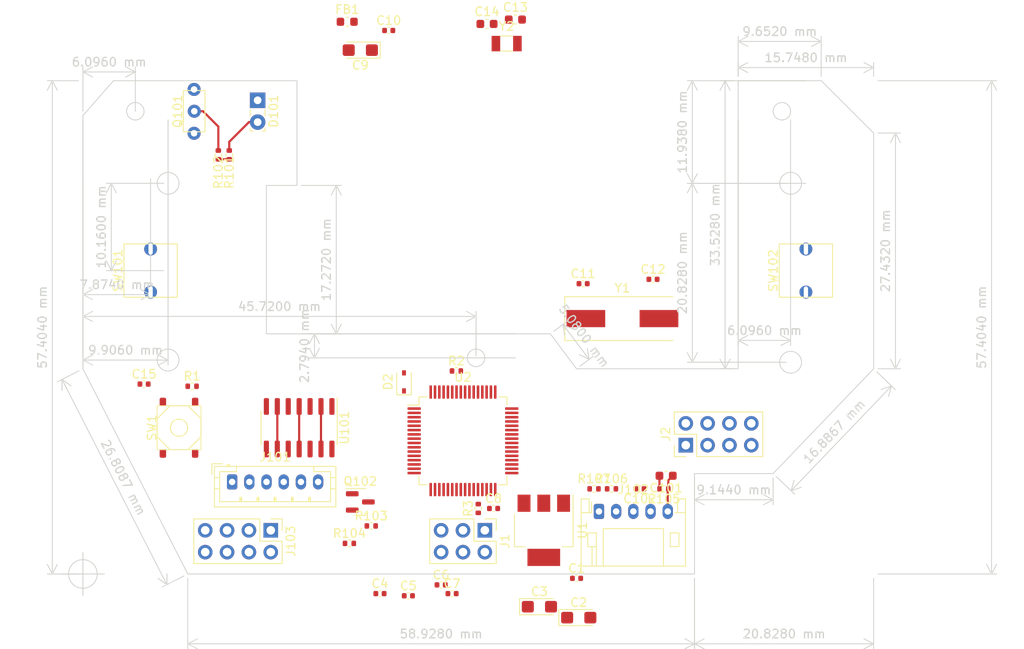
<source format=kicad_pcb>
(kicad_pcb (version 20211014) (generator pcbnew)
  (layers (0 "F.Cu" signal) (31 "B.Cu" signal) (34 "B.Paste" user) (35 "F.Paste" user) (36 "B.SilkS" user "B.Silkscreen") (37 "F.SilkS" user "F.Silkscreen") (38 "B.Mask" user) (39 "F.Mask" user) (44 "Edge.Cuts" user))
  (net 0 "")
  (net 1 "GND")
  (net 2 "+3V3")
  (net 3 "VCC")
  (net 4 "Net-(C8-Pad1)")
  (net 5 "/STM32F401/VREF+")
  (net 6 "/STM32F401/XTAL_8M_1")
  (net 7 "/STM32F401/XTAL_8M_2")
  (net 8 "/STM32F401/XTAL_32K_1")
  (net 9 "/STM32F401/XTAL_32K_2")
  (net 10 "/~{RST}")
  (net 11 "/USB_SHIELD")
  (net 12 "/USB_GND")
  (net 13 "/STM32F401/VBAT_{I}")
  (net 14 "Net-(D101-Pad2)")
  (net 15 "Net-(J1-Pad3)")
  (net 16 "Net-(J1-Pad4)")
  (net 17 "/STM32F401/PA15")
  (net 18 "/STM32F401/PA13")
  (net 19 "/STM32F401/PB4")
  (net 20 "/STM32F401/PA14")
  (net 21 "/STM32F401/PB3")
  (net 22 "/~{CS}_{RAW}")
  (net 23 "/~{RST}_{RAW}")
  (net 24 "/SCLK_{RAW}")
  (net 25 "/SDIO_{RAW}")
  (net 26 "/USB_DP")
  (net 27 "/USB_DM")
  (net 28 "/STM32F401/PC0")
  (net 29 "/STM32F401/PC7")
  (net 30 "/STM32F401/PC1")
  (net 31 "/STM32F401/PC6")
  (net 32 "/STM32F401/PC2")
  (net 33 "/STM32F401/PC5")
  (net 34 "/STM32F401/PC3")
  (net 35 "/STM32F401/PC4")
  (net 36 "Net-(Q101-Pad2)")
  (net 37 "/PB15")
  (net 38 "/PB13")
  (net 39 "/STM32F401/BOOT0")
  (net 40 "/STM32F401/PB2")
  (net 41 "/STM32F401/PA11")
  (net 42 "/STM32F401/PA12")
  (net 43 "/PB12")
  (net 44 "/STM32F401/PC13")
  (net 45 "/STM32F401/PA0")
  (net 46 "/STM32F401/PA1")
  (net 47 "/STM32F401/PA2")
  (net 48 "/STM32F401/PA3")
  (net 49 "/STM32F401/PA4")
  (net 50 "/STM32F401/PA5")
  (net 51 "/STM32F401/PA6")
  (net 52 "/STM32F401/PA7")
  (net 53 "/STM32F401/PB0")
  (net 54 "/STM32F401/PB1")
  (net 55 "/STM32F401/PB10")
  (net 56 "/STM32F401/PB12")
  (net 57 "/STM32F401/PB13")
  (net 58 "/STM32F401/PB14")
  (net 59 "/STM32F401/PB15")
  (net 60 "/STM32F401/PC8")
  (net 61 "/STM32F401/PC9")
  (net 62 "/STM32F401/PA8")
  (net 63 "/STM32F401/PA9")
  (net 64 "/STM32F401/PA10")
  (net 65 "/STM32F401/PC10")
  (net 66 "/STM32F401/PC11")
  (net 67 "/STM32F401/PC12")
  (net 68 "/STM32F401/PD2")
  (net 69 "/STM32F401/PB5")
  (net 70 "/STM32F401/PB6")
  (net 71 "/STM32F401/PB7")
  (net 72 "/STM32F401/PB8")
  (net 73 "/STM32F401/PB9")
  (net 74 "Net-(U101-Pad13)")
  (net 75 "Net-(U101-Pad11)")
  (net 76 "Net-(U101-Pad9)")
  (footprint "Resistor_SMD:R_0402_1005Metric" (layer "F.Cu") (at 163.068 91.694)
    (fp_text reference "R106" (at 0 -1.17) (layer "F.SilkS"))
    (fp_text value "10Ω")
    (pad "1" smd roundrect (at -0.51 0) (size 0.54 0.64) (layers "F.Cu" "F.Paste" "F.Mask") (net 41 "/STM32F401/PA11"))
    (pad "2" smd roundrect (at 0.51 0) (size 0.54 0.64) (layers "F.Cu" "F.Paste" "F.Mask") (net 27 "/USB_DM"))
  )
  (footprint "Package_TO_SOT_SMD:SOT-23" (layer "F.Cu") (at 133.858 93.218)
    (fp_text reference "Q102" (at 0 -2.4) (layer "F.SilkS"))
    (fp_text value "2N7002")
    (pad "1" smd roundrect (at -0.9375 -0.95) (size 1.475 0.6) (layers "F.Cu" "F.Paste" "F.Mask") (net 2 "+3V3"))
    (pad "2" smd roundrect (at -0.9375 0.95) (size 1.475 0.6) (layers "F.Cu" "F.Paste" "F.Mask") (net 37 "/PB15"))
    (pad "3" smd roundrect (at 0.9375 0) (size 1.475 0.6) (layers "F.Cu" "F.Paste" "F.Mask") (net 25 "/SDIO_{RAW}"))
  )
  (footprint "Crystal:Crystal_SMD_3215-2Pin_3.2x1.5mm" (layer "F.Cu") (at 150.876 39.878)
    (fp_text reference "Y2" (at 0 -2) (layer "F.SilkS"))
    (fp_text value "32.768kHz")
    (pad "1" smd rect (at 1.25 0) (size 1 1.8) (layers "F.Cu" "F.Paste" "F.Mask") (net 8 "/STM32F401/XTAL_32K_1"))
    (pad "2" smd rect (at -1.25 0) (size 1 1.8) (layers "F.Cu" "F.Paste" "F.Mask") (net 9 "/STM32F401/XTAL_32K_2"))
  )
  (footprint "Capacitor_Tantalum_SMD:CP_EIA-3216-10_Kemet-I" (layer "F.Cu") (at 154.686 105.41)
    (fp_text reference "C3" (at 0 -1.75) (layer "F.SilkS"))
    (fp_text value "10µF")
    (pad "1" smd roundrect (at -1.35 0) (size 1.4 1.35) (layers "F.Cu" "F.Paste" "F.Mask") (roundrect_rratio 0.185185) (net 2 "+3V3"))
    (pad "2" smd roundrect (at 1.35 0) (size 1.4 1.35) (layers "F.Cu" "F.Paste" "F.Mask") (roundrect_rratio 0.185185) (net 1 "GND"))
  )
  (footprint "Resistor_SMD:R_0402_1005Metric" (layer "F.Cu") (at 114.3 79.756)
    (fp_text reference "R1" (at 0 -1.17) (layer "F.SilkS"))
    (fp_text value "22kΩ")
    (pad "1" smd roundrect (at -0.51 0) (size 0.54 0.64) (layers "F.Cu" "F.Paste" "F.Mask") (net 2 "+3V3"))
    (pad "2" smd roundrect (at 0.51 0) (size 0.54 0.64) (layers "F.Cu" "F.Paste" "F.Mask") (net 10 "/~{RST}"))
  )
  (footprint "Resistor_SMD:R_0402_1005Metric" (layer "F.Cu") (at 132.588 98.044)
    (fp_text reference "R104" (at 0 -1.17) (layer "F.SilkS"))
    (fp_text value "47k")
    (pad "1" smd roundrect (at -0.51 0) (size 0.54 0.64) (layers "F.Cu" "F.Paste" "F.Mask") (net 3 "VCC"))
    (pad "2" smd roundrect (at 0.51 0) (size 0.54 0.64) (layers "F.Cu" "F.Paste" "F.Mask") (net 25 "/SDIO_{RAW}"))
  )
  (footprint "Resistor_SMD:R_0402_1005Metric" (layer "F.Cu") (at 118.618 52.832 90)
    (fp_text reference "R101" (at -2.032 0 90) (layer "F.SilkS"))
    (fp_text value "270Ω")
    (pad "1" smd roundrect (at -0.51 0 90) (size 0.54 0.64) (layers "F.Cu" "F.Paste" "F.Mask") (net 3 "VCC"))
    (pad "2" smd roundrect (at 0.51 0 90) (size 0.54 0.64) (layers "F.Cu" "F.Paste" "F.Mask") (net 14 "Net-(D101-Pad2)"))
  )
  (footprint "Capacitor_SMD:C_0402_1005Metric" (layer "F.Cu") (at 167.894 67.31)
    (fp_text reference "C12" (at 0 -1.16) (layer "F.SilkS"))
    (fp_text value "22pF")
    (pad "1" smd roundrect (at -0.48 0) (size 0.56 0.62) (layers "F.Cu" "F.Paste" "F.Mask") (net 7 "/STM32F401/XTAL_8M_2"))
    (pad "2" smd roundrect (at 0.48 0) (size 0.56 0.62) (layers "F.Cu" "F.Paste" "F.Mask") (net 1 "GND"))
  )
  (footprint "Connector_PinHeader_2.54mm:PinHeader_2x04_P2.54mm_Vertical" (layer "F.Cu") (at 171.704 86.614 90)
    (fp_text reference "J2" (at 1.27 -2.33 90) (layer "F.SilkS"))
    (fp_text value "Conn_02x04_Odd_Even")
    (pad "1" thru_hole rect (at 0 0 90) (size 1.7 1.7) (drill 1) (layers *.Cu *.Mask) (net 2 "+3V3"))
    (pad "2" thru_hole oval (at 2.54 0 90) (size 1.7 1.7) (drill 1) (layers *.Cu *.Mask) (net 17 "/STM32F401/PA15"))
    (pad "3" thru_hole oval (at 0 2.54 90) (size 1.7 1.7) (drill 1) (layers *.Cu *.Mask) (net 10 "/~{RST}"))
    (pad "4" thru_hole oval (at 2.54 2.54 90) (size 1.7 1.7) (drill 1) (layers *.Cu *.Mask) (net 18 "/STM32F401/PA13"))
    (pad "5" thru_hole oval (at 0 5.08 90) (size 1.7 1.7) (drill 1) (layers *.Cu *.Mask) (net 19 "/STM32F401/PB4"))
    (pad "6" thru_hole oval (at 2.54 5.08 90) (size 1.7 1.7) (drill 1) (layers *.Cu *.Mask) (net 20 "/STM32F401/PA14"))
    (pad "7" thru_hole oval (at 0 7.62 90) (size 1.7 1.7) (drill 1) (layers *.Cu *.Mask) (net 1 "GND"))
    (pad "8" thru_hole oval (at 2.54 7.62 90) (size 1.7 1.7) (drill 1) (layers *.Cu *.Mask) (net 21 "/STM32F401/PB3"))
  )
  (footprint "LED_THT:LED_SideEmitter_Rectangular_W4.5mm_H1.6mm" (layer "F.Cu") (at 121.92 46.477 -90)
    (fp_text reference "D101" (at 1.27 -1.86 90) (layer "F.SilkS"))
    (fp_text value "LED")
    (pad "1" thru_hole rect locked (at 0 0 270) (size 1.8 1.8) (drill 0.9) (layers *.Cu *.Mask) (net 1 "GND"))
    (pad "2" thru_hole circle locked (at 2.54 0 270) (size 1.8 1.8) (drill 0.9) (layers *.Cu *.Mask) (net 14 "Net-(D101-Pad2)"))
  )
  (footprint "Capacitor_SMD:C_0402_1005Metric" (layer "F.Cu") (at 143.256 102.87)
    (fp_text reference "C6" (at 0 -1.16) (layer "F.SilkS"))
    (fp_text value "100nF")
    (pad "1" smd roundrect (at -0.48 0) (size 0.56 0.62) (layers "F.Cu" "F.Paste" "F.Mask") (net 2 "+3V3"))
    (pad "2" smd roundrect (at 0.48 0) (size 0.56 0.62) (layers "F.Cu" "F.Paste" "F.Mask") (net 1 "GND"))
  )
  (footprint "Capacitor_SMD:C_0402_1005Metric" (layer "F.Cu") (at 149.352 93.98)
    (fp_text reference "C8" (at 0 -1.16) (layer "F.SilkS"))
    (fp_text value "4.7µF")
    (pad "1" smd roundrect (at -0.48 0) (size 0.56 0.62) (layers "F.Cu" "F.Paste" "F.Mask") (net 4 "Net-(C8-Pad1)"))
    (pad "2" smd roundrect (at 0.48 0) (size 0.56 0.62) (layers "F.Cu" "F.Paste" "F.Mask") (net 1 "GND"))
  )
  (footprint "Capacitor_Tantalum_SMD:CP_EIA-3216-10_Kemet-I" (layer "F.Cu") (at 133.858 40.64 180)
    (fp_text reference "C9" (at 0 -1.75) (layer "F.SilkS"))
    (fp_text value "10µF")
    (pad "1" smd roundrect (at -1.35 0 180) (size 1.4 1.35) (layers "F.Cu" "F.Paste" "F.Mask") (roundrect_rratio 0.185185) (net 5 "/STM32F401/VREF+"))
    (pad "2" smd roundrect (at 1.35 0 180) (size 1.4 1.35) (layers "F.Cu" "F.Paste" "F.Mask") (roundrect_rratio 0.185185) (net 1 "GND"))
  )
  (footprint "Capacitor_SMD:C_0402_1005Metric" (layer "F.Cu") (at 159.766 67.818)
    (fp_text reference "C11" (at 0 -1.16) (layer "F.SilkS"))
    (fp_text value "22pF")
    (pad "1" smd roundrect (at -0.48 0) (size 0.56 0.62) (layers "F.Cu" "F.Paste" "F.Mask") (net 6 "/STM32F401/XTAL_8M_1"))
    (pad "2" smd roundrect (at 0.48 0) (size 0.56 0.62) (layers "F.Cu" "F.Paste" "F.Mask") (net 1 "GND"))
  )
  (footprint "Footprints:PT2559B" (layer "F.Cu") (at 114.554 47.752 90)
    (fp_text reference "Q101" (at 0 -1.9304 90 unlocked) (layer "F.SilkS"))
    (fp_text value "PT2559B")
    (pad "1" thru_hole circle locked (at -2.5654 -0.0254 90) (size 1.524 1.524) (drill 0.762) (layers *.Cu *.Mask) (net 47 "/STM32F401/PA2"))
    (pad "2" thru_hole circle locked (at 0 0 90) (size 1.524 1.524) (drill 0.762) (layers *.Cu *.Mask) (net 36 "Net-(Q101-Pad2)"))
    (pad "3" thru_hole circle locked (at 2.54 -0.0254 90) (size 1.524 1.524) (drill 0.762) (layers *.Cu *.Mask) (net 48 "/STM32F401/PA3"))
  )
  (footprint "Resistor_SMD:R_0402_1005Metric" (layer "F.Cu") (at 161.036 91.694)
    (fp_text reference "R107" (at 0 -1.17) (layer "F.SilkS"))
    (fp_text value "10Ω")
    (pad "1" smd roundrect (at -0.51 0) (size 0.54 0.64) (layers "F.Cu" "F.Paste" "F.Mask") (net 42 "/STM32F401/PA12"))
    (pad "2" smd roundrect (at 0.51 0) (size 0.54 0.64) (layers "F.Cu" "F.Paste" "F.Mask") (net 26 "/USB_DP"))
  )
  (footprint "Capacitor_Tantalum_SMD:CP_EIA-3216-10_Kemet-I" (layer "F.Cu") (at 159.258 106.68)
    (fp_text reference "C2" (at 0 -1.75) (layer "F.SilkS"))
    (fp_text value "10µF")
    (pad "1" smd roundrect (at -1.35 0) (size 1.4 1.35) (layers "F.Cu" "F.Paste" "F.Mask") (roundrect_rratio 0.185185) (net 2 "+3V3"))
    (pad "2" smd roundrect (at 1.35 0) (size 1.4 1.35) (layers "F.Cu" "F.Paste" "F.Mask") (roundrect_rratio 0.185185) (net 1 "GND"))
  )
  (footprint "Connector_PinHeader_2.54mm:PinHeader_2x04_P2.54mm_Vertical" (layer "F.Cu") (at 123.444 96.52 -90)
    (fp_text reference "J103" (at 1.27 -2.33 90) (layer "F.SilkS"))
    (fp_text value "Conn_02x04_Odd_Even")
    (pad "1" thru_hole rect (at 0 0 270) (size 1.7 1.7) (drill 1) (layers *.Cu *.Mask) (net 2 "+3V3"))
    (pad "2" thru_hole oval (at 2.54 0 270) (size 1.7 1.7) (drill 1) (layers *.Cu *.Mask) (net 1 "GND"))
    (pad "3" thru_hole oval (at 0 2.54 270) (size 1.7 1.7) (drill 1) (layers *.Cu *.Mask) (net 30 "/STM32F401/PC1"))
    (pad "4" thru_hole oval (at 2.54 2.54 270) (size 1.7 1.7) (drill 1) (layers *.Cu *.Mask) (net 3 "VCC"))
    (pad "5" thru_hole oval (at 0 5.08 270) (size 1.7 1.7) (drill 1) (layers *.Cu *.Mask) (net 32 "/STM32F401/PC2"))
    (pad "6" thru_hole oval (at 2.54 5.08 270) (size 1.7 1.7) (drill 1) (layers *.Cu *.Mask) (net 33 "/STM32F401/PC5"))
    (pad "7" thru_hole oval (at 0 7.62 270) (size 1.7 1.7) (drill 1) (layers *.Cu *.Mask) (net 34 "/STM32F401/PC3"))
    (pad "8" thru_hole oval (at 2.54 7.62 270) (size 1.7 1.7) (drill 1) (layers *.Cu *.Mask) (net 35 "/STM32F401/PC4"))
  )
  (footprint "Footprints:Kailh_SW_Mouse" (layer "F.Cu") (at 109.474 66.294 90)
    (fp_text reference "SW101" (at 0 -3.8 90 unlocked) (layer "F.SilkS"))
    (fp_text value "SW_Push")
    (pad "1" thru_hole circle locked (at 2.5 0 90) (size 1.5 1.5) (drill oval 1.3 0.5) (layers *.Cu *.Mask) (net 1 "GND"))
    (pad "2" thru_hole circle locked (at -2.5 0 90) (size 1.5 1.5) (drill oval 1.3 0.5) (layers *.Cu *.Mask) (net 46 "/STM32F401/PA1"))
  )
  (footprint "Capacitor_SMD:C_0402_1005Metric" (layer "F.Cu") (at 144.526 103.886)
    (fp_text reference "C7" (at 0 -1.16) (layer "F.SilkS"))
    (fp_text value "100nF")
    (pad "1" smd roundrect (at -0.48 0) (size 0.56 0.62) (layers "F.Cu" "F.Paste" "F.Mask") (net 2 "+3V3"))
    (pad "2" smd roundrect (at 0.48 0) (size 0.56 0.62) (layers "F.Cu" "F.Paste" "F.Mask") (net 1 "GND"))
  )
  (footprint "Capacitor_SMD:C_0402_1005Metric" (layer "F.Cu") (at 166.37 91.694 180)
    (fp_text reference "C102" (at 0 -1.16) (layer "F.SilkS"))
    (fp_text value "100nF")
    (pad "1" smd roundrect (at -0.48 0 180) (size 0.56 0.62) (layers "F.Cu" "F.Paste" "F.Mask") (net 3 "VCC"))
    (pad "2" smd roundrect (at 0.48 0 180) (size 0.56 0.62) (layers "F.Cu" "F.Paste" "F.Mask") (net 12 "/USB_GND"))
  )
  (footprint "Crystal:Crystal_SMD_HC49-SD" (layer "F.Cu") (at 164.338 71.882)
    (fp_text reference "Y1" (at 0 -3.55) (layer "F.SilkS"))
    (fp_text value "8MHz")
    (pad "1" smd rect (at -4.25 0) (size 4.5 2) (layers "F.Cu" "F.Paste" "F.Mask") (net 6 "/STM32F401/XTAL_8M_1"))
    (pad "2" smd rect (at 4.25 0) (size 4.5 2) (layers "F.Cu" "F.Paste" "F.Mask") (net 7 "/STM32F401/XTAL_8M_2"))
  )
  (footprint "Capacitor_SMD:C_0603_1608Metric" (layer "F.Cu") (at 169.418 90.17 180)
    (fp_text reference "C101" (at 0 -1.43) (layer "F.SilkS"))
    (fp_text value "4.7nF")
    (pad "1" smd roundrect (at -0.775 0 180) (size 0.9 0.95) (layers "F.Cu" "F.Paste" "F.Mask") (net 11 "/USB_SHIELD"))
    (pad "2" smd roundrect (at 0.775 0 180) (size 0.9 0.95) (layers "F.Cu" "F.Paste" "F.Mask") (net 12 "/USB_GND"))
  )
  (footprint "Capacitor_SMD:C_0402_1005Metric" (layer "F.Cu") (at 139.446 104.14)
    (fp_text reference "C5" (at 0 -1.16) (layer "F.SilkS"))
    (fp_text value "100nF")
    (pad "1" smd roundrect (at -0.48 0) (size 0.56 0.62) (layers "F.Cu" "F.Paste" "F.Mask") (net 2 "+3V3"))
    (pad "2" smd roundrect (at 0.48 0) (size 0.56 0.62) (layers "F.Cu" "F.Paste" "F.Mask") (net 1 "GND"))
  )
  (footprint "Resistor_SMD:R_0402_1005Metric" (layer "F.Cu") (at 117.348 52.832 90)
    (fp_text reference "R102" (at -2.032 0 90) (layer "F.SilkS"))
    (fp_text value "4.7kΩ")
    (pad "1" smd roundrect (at -0.51 0 90) (size 0.54 0.64) (layers "F.Cu" "F.Paste" "F.Mask") (net 2 "+3V3"))
    (pad "2" smd roundrect (at 0.51 0 90) (size 0.54 0.64) (layers "F.Cu" "F.Paste" "F.Mask") (net 36 "Net-(Q101-Pad2)"))
  )
  (footprint "Capacitor_SMD:C_0603_1608Metric" (layer "F.Cu") (at 151.892 37.084)
    (fp_text reference "C13" (at 0 -1.43) (layer "F.SilkS"))
    (fp_text value "10pF")
    (pad "1" smd roundrect (at -0.775 0) (size 0.9 0.95) (layers "F.Cu" "F.Paste" "F.Mask") (net 8 "/STM32F401/XTAL_32K_1"))
    (pad "2" smd roundrect (at 0.775 0) (size 0.9 0.95) (layers "F.Cu" "F.Paste" "F.Mask") (net 1 "GND"))
  )
  (footprint "hierarchical-blocks:TS-1187A-B-A-B" (layer "F.Cu") (at 112.776 84.582 90)
    (fp_text reference "SW1" (at 0 -3.15 90 unlocked) (layer "F.SilkS"))
    (fp_text value "SW_Push")
    (pad "1" smd roundrect (at 3 -1.875 90) (size 1 0.75) (layers "F.Cu" "F.Paste" "F.Mask") (net 1 "GND"))
    (pad "1" smd roundrect (at -3 -1.875 90) (size 1 0.75) (layers "F.Cu" "F.Paste" "F.Mask") (net 1 "GND"))
    (pad "2" smd roundrect (at -3 1.875 90) (size 1 0.75) (layers "F.Cu" "F.Paste" "F.Mask") (net 10 "/~{RST}"))
    (pad "2" smd roundrect (at 3 1.875 90) (size 1 0.75) (layers "F.Cu" "F.Paste" "F.Mask") (net 10 "/~{RST}"))
  )
  (footprint "Connector_JST:JST_PH_S5B-PH-K_1x05_P2.00mm_Horizontal" (layer "F.Cu") (at 161.608 94.324)
    (fp_text reference "J102" (at 4 -2.55) (layer "F.SilkS"))
    (fp_text value "Conn_01x05_Male")
    (pad "1" thru_hole roundrect locked (at 0 0) (size 1.2 1.75) (drill 0.75) (layers *.Cu *.Mask) (roundrect_rratio 0.208333) (net 26 "/USB_DP"))
    (pad "2" thru_hole oval locked (at 2 0) (size 1.2 1.75) (drill 0.75) (layers *.Cu *.Mask) (net 27 "/USB_DM"))
    (pad "3" thru_hole oval locked (at 4 0) (size 1.2 1.75) (drill 0.75) (layers *.Cu *.Mask) (net 12 "/USB_GND"))
    (pad "4" thru_hole oval locked (at 6 0) (size 1.2 1.75) (drill 0.75) (layers *.Cu *.Mask) (net 3 "VCC"))
    (pad "5" thru_hole oval locked (at 8 0) (size 1.2 1.75) (drill 0.75) (layers *.Cu *.Mask) (net 11 "/USB_SHIELD"))
  )
  (footprint "Capacitor_SMD:C_0402_1005Metric" (layer "F.Cu") (at 159.004 102.108)
    (fp_text reference "C1" (at 0 -1.16) (layer "F.SilkS"))
    (fp_text value "10µF")
    (pad "1" smd roundrect (at -0.48 0) (size 0.56 0.62) (layers "F.Cu" "F.Paste" "F.Mask") (net 3 "VCC"))
    (pad "2" smd roundrect (at 0.48 0) (size 0.56 0.62) (layers "F.Cu" "F.Paste" "F.Mask") (net 1 "GND"))
  )
  (footprint "Package_SO:SOIC-14_3.9x8.7mm_P1.27mm" (layer "F.Cu") (at 126.746 84.582 -90)
    (fp_text reference "U101" (at 0 -5.28 90) (layer "F.SilkS"))
    (fp_text value "74HC14")
    (pad "1" smd roundrect (at -2.475 -3.81 270) (size 1.95 0.6) (layers "F.Cu" "F.Paste" "F.Mask") (net 38 "/PB13"))
    (pad "2" smd roundrect (at -2.475 -2.54 270) (size 1.95 0.6) (layers "F.Cu" "F.Paste" "F.Mask") (net 74 "Net-(U101-Pad13)"))
    (pad "3" smd roundrect (at -2.475 -1.27 270) (size 1.95 0.6) (layers "F.Cu" "F.Paste" "F.Mask") (net 10 "/~{RST}"))
    (pad "4" smd roundrect (at -2.475 0 270) (size 1.95 0.6) (layers "F.Cu" "F.Paste" "F.Mask") (net 75 "Net-(U101-Pad11)"))
    (pad "5" smd roundrect (at -2.475 1.27 270) (size 1.95 0.6) (layers "F.Cu" "F.Paste" "F.Mask") (net 43 "/PB12"))
    (pad "6" smd roundrect (at -2.475 2.54 270) (size 1.95 0.6) (layers "F.Cu" "F.Paste" "F.Mask") (net 76 "Net-(U101-Pad9)"))
    (pad "7" smd roundrect (at -2.475 3.81 270) (size 1.95 0.6) (layers "F.Cu" "F.Paste" "F.Mask") (net 1 "GND"))
    (pad "8" smd roundrect (at 2.475 3.81 270) (size 1.95 0.6) (layers "F.Cu" "F.Paste" "F.Mask") (net 22 "/~{CS}_{RAW}"))
    (pad "9" smd roundrect (at 2.475 2.54 270) (size 1.95 0.6) (layers "F.Cu" "F.Paste" "F.Mask") (net 76 "Net-(U101-Pad9)"))
    (pad "10" smd roundrect (at 2.475 1.27 270) (size 1.95 0.6) (layers "F.Cu" "F.Paste" "F.Mask") (net 23 "/~{RST}_{RAW}"))
    (pad "11" smd roundrect (at 2.475 0 270) (size 1.95 0.6) (layers "F.Cu" "F.Paste" "F.Mask") (net 75 "Net-(U101-Pad11)"))
    (pad "12" smd roundrect (at 2.475 -1.27 270) (size 1.95 0.6) (layers "F.Cu" "F.Paste" "F.Mask") (net 24 "/SCLK_{RAW}"))
    (pad "13" smd roundrect (at 2.475 -2.54 270) (size 1.95 0.6) (layers "F.Cu" "F.Paste" "F.Mask") (net 74 "Net-(U101-Pad13)"))
    (pad "14" smd roundrect (at 2.475 -3.81 270) (size 1.95 0.6) (layers "F.Cu" "F.Paste" "F.Mask") (net 3 "VCC"))
  )
  (footprint "Resistor_SMD:R_0402_1005Metric" (layer "F.Cu") (at 145.034 77.978)
    (fp_text reference "R2" (at 0 -1.17) (layer "F.SilkS"))
    (fp_text value "10k")
    (pad "1" smd roundrect (at -0.51 0) (size 0.54 0.64) (layers "F.Cu" "F.Paste" "F.Mask") (net 39 "/STM32F401/BOOT0"))
    (pad "2" smd roundrect (at 0.51 0) (size 0.54 0.64) (layers "F.Cu" "F.Paste" "F.Mask") (net 15 "Net-(J1-Pad3)"))
  )
  (footprint "Resistor_SMD:R_0402_1005Metric" (layer "F.Cu") (at 135.128 96.012)
    (fp_text reference "R103" (at 0 -1.17) (layer "F.SilkS"))
    (fp_text value "47k")
    (pad "1" smd roundrect (at -0.51 0) (size 0.54 0.64) (layers "F.Cu" "F.Paste" "F.Mask") (net 2 "+3V3"))
    (pad "2" smd roundrect (at 0.51 0) (size 0.54 0.64) (layers "F.Cu" "F.Paste" "F.Mask") (net 37 "/PB15"))
  )
  (footprint "Connector_JST:JST_PH_B6B-PH-K_1x06_P2.00mm_Vertical" (layer "F.Cu") (at 118.952 90.89)
    (fp_text reference "J101" (at 5 -2.9) (layer "F.SilkS"))
    (fp_text value "ADNS-5050")
    (pad "1" thru_hole roundrect (at 0 0) (size 1.2 1.75) (drill 0.75) (layers *.Cu *.Mask) (roundrect_rratio 0.208333) (net 1 "GND"))
    (pad "2" thru_hole oval (at 2 0) (size 1.2 1.75) (drill 0.75) (layers *.Cu *.Mask) (net 3 "VCC"))
    (pad "3" thru_hole oval (at 4 0) (size 1.2 1.75) (drill 0.75) (layers *.Cu *.Mask) (net 22 "/~{CS}_{RAW}"))
    (pad "4" thru_hole oval (at 6 0) (size 1.2 1.75) (drill 0.75) (layers *.Cu *.Mask) (net 23 "/~{RST}_{RAW}"))
    (pad "5" thru_hole oval (at 8 0) (size 1.2 1.75) (drill 0.75) (layers *.Cu *.Mask) (net 24 "/SCLK_{RAW}"))
    (pad "6" thru_hole oval (at 10 0) (size 1.2 1.75) (drill 0.75) (layers *.Cu *.Mask) (net 25 "/SDIO_{RAW}"))
  )
  (footprint "Resistor_SMD:R_0402_1005Metric" (layer "F.Cu") (at 169.164 91.694 180)
    (fp_text reference "R105" (at 0 -1.17) (layer "F.SilkS"))
    (fp_text value "47k")
    (pad "1" smd roundrect (at -0.51 0 180) (size 0.54 0.64) (layers "F.Cu" "F.Paste" "F.Mask") (net 11 "/USB_SHIELD"))
    (pad "2" smd roundrect (at 0.51 0 180) (size 0.54 0.64) (layers "F.Cu" "F.Paste" "F.Mask") (net 12 "/USB_GND"))
  )
  (footprint "Connector_PinHeader_2.54mm:PinHeader_2x03_P2.54mm_Vertical" (layer "F.Cu") (at 148.336 96.52 -90)
    (fp_text reference "J1" (at 1.27 -2.33 90) (layer "F.SilkS"))
    (fp_text value "Conn_02x03_Odd_Even")
    (pad "1" thru_hole rect (at 0 0 270) (size 1.7 1.7) (drill 1) (layers *.Cu *.Mask) (net 2 "+3V3"))
    (pad "2" thru_hole oval (at 2.54 0 270) (size 1.7 1.7) (drill 1) (layers *.Cu *.Mask) (net 2 "+3V3"))
    (pad "3" thru_hole oval (at 0 2.54 270) (size 1.7 1.7) (drill 1) (layers *.Cu *.Mask) (net 15 "Net-(J1-Pad3)"))
    (pad "4" thru_hole oval (at 2.54 2.54 270) (size 1.7 1.7) (drill 1) (layers *.Cu *.Mask) (net 16 "Net-(J1-Pad4)"))
    (pad "5" thru_hole oval (at 0 5.08 270) (size 1.7 1.7) (drill 1) (layers *.Cu *.Mask) (net 1 "GND"))
    (pad "6" thru_hole oval (at 2.54 5.08 270) (size 1.7 1.7) (drill 1) (layers *.Cu *.Mask) (net 1 "GND"))
  )
  (footprint "Diode_SMD:D_SOD-323" (layer "F.Cu") (at 138.938 79.248 90)
    (fp_text reference "D2" (at 0 -1.85 90) (layer "F.SilkS"))
    (fp_text value "D_Schottky")
    (pad "1" smd rect (at -1.05 0 90) (size 0.6 0.45) (layers "F.Cu" "F.Paste" "F.Mask") (net 13 "/STM32F401/VBAT_{I}"))
    (pad "2" smd rect (at 1.05 0 90) (size 0.6 0.45) (layers "F.Cu" "F.Paste" "F.Mask") (net 2 "+3V3"))
  )
  (footprint "Capacitor_SMD:C_0402_1005Metric" (layer "F.Cu") (at 108.712 79.502)
    (fp_text reference "C15" (at 0 -1.16) (layer "F.SilkS"))
    (fp_text value "100nF")
    (pad "1" smd roundrect (at -0.48 0) (size 0.56 0.62) (layers "F.Cu" "F.Paste" "F.Mask") (net 10 "/~{RST}"))
    (pad "2" smd roundrect (at 0.48 0) (size 0.56 0.62) (layers "F.Cu" "F.Paste" "F.Mask") (net 1 "GND"))
  )
  (footprint "Package_QFP:LQFP-64_10x10mm_P0.5mm" (layer "F.Cu") (at 145.796 86.106)
    (fp_text reference "U2" (at 0 -7.4) (layer "F.SilkS"))
    (fp_text value "STM32F401RCTx")
    (pad "1" smd roundrect (at -5.675 -3.75) (size 1.55 0.3) (layers "F.Cu" "F.Paste" "F.Mask") (net 13 "/STM32F401/VBAT_{I}"))
    (pad "2" smd roundrect (at -5.675 -3.25) (size 1.55 0.3) (layers "F.Cu" "F.Paste" "F.Mask") (net 44 "/STM32F401/PC13"))
    (pad "3" smd roundrect (at -5.675 -2.75) (size 1.55 0.3) (layers "F.Cu" "F.Paste" "F.Mask") (net 8 "/STM32F401/XTAL_32K_1"))
    (pad "4" smd roundrect (at -5.675 -2.25) (size 1.55 0.3) (layers "F.Cu" "F.Paste" "F.Mask") (net 9 "/STM32F401/XTAL_32K_2"))
    (pad "5" smd roundrect (at -5.675 -1.75) (size 1.55 0.3) (layers "F.Cu" "F.Paste" "F.Mask") (net 6 "/STM32F401/XTAL_8M_1"))
    (pad "6" smd roundrect (at -5.675 -1.25) (size 1.55 0.3) (layers "F.Cu" "F.Paste" "F.Mask") (net 7 "/STM32F401/XTAL_8M_2"))
    (pad "7" smd roundrect (at -5.675 -0.75) (size 1.55 0.3) (layers "F.Cu" "F.Paste" "F.Mask") (net 10 "/~{RST}"))
    (pad "8" smd roundrect (at -5.675 -0.25) (size 1.55 0.3) (layers "F.Cu" "F.Paste" "F.Mask") (net 28 "/STM32F401/PC0"))
    (pad "9" smd roundrect (at -5.675 0.25) (size 1.55 0.3) (layers "F.Cu" "F.Paste" "F.Mask") (net 30 "/STM32F401/PC1"))
    (pad "10" smd roundrect (at -5.675 0.75) (size 1.55 0.3) (layers "F.Cu" "F.Paste" "F.Mask") (net 32 "/STM32F401/PC2"))
    (pad "11" smd roundrect (at -5.675 1.25) (size 1.55 0.3) (layers "F.Cu" "F.Paste" "F.Mask") (net 34 "/STM32F401/PC3"))
    (pad "12" smd roundrect (at -5.675 1.75) (size 1.55 0.3) (layers "F.Cu" "F.Paste" "F.Mask") (net 1 "GND"))
    (pad "13" smd roundrect (at -5.675 2.25) (size 1.55 0.3) (layers "F.Cu" "F.Paste" "F.Mask") (net 5 "/STM32F401/VREF+"))
    (pad "14" smd roundrect (at -5.675 2.75) (size 1.55 0.3) (layers "F.Cu" "F.Paste" "F.Mask") (net 45 "/STM32F401/PA0"))
    (pad "15" smd roundrect (at -5.675 3.25) (size 1.55 0.3) (layers "F.Cu" "F.Paste" "F.Mask") (net 46 "/STM32F401/PA1"))
    (pad "16" smd roundrect (at -5.675 3.75) (size 1.55 0.3) (layers "F.Cu" "F.Paste" "F.Mask") (net 47 "/STM32F401/PA2"))
    (pad "17" smd roundrect (at -3.75 5.675) (size 0.3 1.55) (layers "F.Cu" "F.Paste" "F.Mask") (net 48 "/STM32F401/PA3"))
    (pad "18" smd roundrect (at -3.25 5.675) (size 0.3 1.55) (layers "F.Cu" "F.Paste" "F.Mask") (net 1 "GND"))
    (pad "19" smd roundrect (at -2.75 5.675) (size 0.3 1.55) (layers "F.Cu" "F.Paste" "F.Mask") (net 2 "+3V3"))
    (pad "20" smd roundrect (at -2.25 5.675) (size 0.3 1.55) (layers "F.Cu" "F.Paste" "F.Mask") (net 49 "/STM32F401/PA4"))
    (pad "21" smd roundrect (at -1.75 5.675) (size 0.3 1.55) (layers "F.Cu" "F.Paste" "F.Mask") (net 50 "/STM32F401/PA5"))
    (pad "22" smd roundrect (at -1.25 5.675) (size 0.3 1.55) (layers "F.Cu" "F.Paste" "F.Mask") (net 51 "/STM32F401/PA6"))
    (pad "23" smd roundrect (at -0.75 5.675) (size 0.3 1.55) (layers "F.Cu" "F.Paste" "F.Mask") (net 52 "/STM32F401/PA7"))
    (pad "24" smd roundrect (at -0.25 5.675) (size 0.3 1.55) (layers "F.Cu" "F.Paste" "F.Mask") (net 35 "/STM32F401/PC4"))
    (pad "25" smd roundrect (at 0.25 5.675) (size 0.3 1.55) (layers "F.Cu" "F.Paste" "F.Mask") (net 33 "/STM32F401/PC5"))
    (pad "26" smd roundrect (at 0.75 5.675) (size 0.3 1.55) (layers "F.Cu" "F.Paste" "F.Mask") (net 53 "/STM32F401/PB0"))
    (pad "27" smd roundrect (at 1.25 5.675) (size 0.3 1.55) (layers "F.Cu" "F.Paste" "F.Mask") (net 54 "/STM32F401/PB1"))
    (pad "28" smd roundrect (at 1.75 5.675) (size 0.3 1.55) (layers "F.Cu" "F.Paste" "F.Mask") (net 40 "/STM32F401/PB2"))
    (pad "29" smd roundrect (at 2.25 5.675) (size 0.3 1.55) (layers "F.Cu" "F.Paste" "F.Mask") (net 55 "/STM32F401/PB10"))
    (pad "30" smd roundrect (at 2.75 5.675) (size 0.3 1.55) (layers "F.Cu" "F.Paste" "F.Mask") (net 4 "Net-(C8-Pad1)"))
    (pad "31" smd roundrect (at 3.25 5.675) (size 0.3 1.55) (layers "F.Cu" "F.Paste" "F.Mask") (net 1 "GND"))
    (pad "32" smd roundrect (at 3.75 5.675) (size 0.3 1.55) (layers "F.Cu" "F.Paste" "F.Mask") (net 2 "+3V3"))
    (pad "33" smd roundrect (at 5.675 3.75) (size 1.55 0.3) (layers "F.Cu" "F.Paste" "F.Mask") (net 56 "/STM32F401/PB12"))
    (pad "34" smd roundrect (at 5.675 3.25) (size 1.55 0.3) (layers "F.Cu" "F.Paste" "F.Mask") (net 57 "/STM32F401/PB13"))
    (pad "35" smd roundrect (at 5.675 2.75) (size 1.55 0.3) (layers "F.Cu" "F.Paste" "F.Mask") (net 58 "/STM32F401/PB14"))
    (pad "36" smd roundrect (at 5.675 2.25) (size 1.55 0.3) (layers "F.Cu" "F.Paste" "F.Mask") (net 59 "/STM32F401/PB15"))
    (pad "37" smd roundrect (at 5.675 1.75) (size 1.55 0.3) (layers "F.Cu" "F.Paste" "F.Mask") (net 31 "/STM32F401/PC6"))
    (pad "38" smd roundrect (at 5.675 1.25) (size 1.55 0.3) (layers "F.Cu" "F.Paste" "F.Mask") (net 29 "/STM32F401/PC7"))
    (pad "39" smd roundrect (at 5.675 0.75) (size 1.55 0.3) (layers "F.Cu" "F.Paste" "F.Mask") (net 60 "/STM32F401/PC8"))
    (pad "40" smd roundrect (at 5.675 0.25) (size 1.55 0.3) (layers "F.Cu" "F.Paste" "F.Mask") (net 61 "/STM32F401/PC9"))
    (pad "41" smd roundrect (at 5.675 -0.25) (size 1.55 0.3) (layers "F.Cu" "F.Paste" "F.Mask") (net 62 "/STM32F401/PA8"))
    (pad "42" smd roundrect (at 5.675 -0.75) (size 1.55 0.3) (layers "F.Cu" "F.Paste" "F.Mask") (net 63 "/STM32F401/PA9"))
    (pad "43" smd roundrect (at 5.675 -1.25) (size 1.55 0.3) (layers "F.Cu" "F.Paste" "F.Mask") (net 64 "/STM32F401/PA10"))
    (pad "44" smd roundrect (at 5.675 -1.75) (size 1.55 0.3) (layers "F.Cu" "F.Paste" "F.Mask") (net 41 "/STM32F401/PA11"))
    (pad "45" smd roundrect (at 5.675 -2.25) (size 1.55 0.3) (layers "F.Cu" "F.Paste" "F.Mask") (net 42 "/STM32F401/PA12"))
    (pad "46" smd roundrect (at 5.675 -2.75) (size 1.55 0.3) (layers "F.Cu" "F.Paste" "F.Mask") (net 18 "/STM32F401/PA13"))
    (pad "47" smd roundrect (at 5.675 -3.25) (size 1.55 0.3) (layers "F.Cu" "F.Paste" "F.Mask") (net 1 "GND"))
    (pad "48" smd roundrect (at 5.675 -3.75) (size 1.55 0.3) (layers "F.Cu" "F.Paste" "F.Mask") (net 2 "+3V3"))
    (pad "49" smd roundrect (at 3.75 -5.675) (size 0.3 1.55) (layers "F.Cu" "F.Paste" "F.Mask") (net 20 "/STM32F401/PA14"))
    (pad "50" smd roundrect (at 3.25 -5.675) (size 0.3 1.55) (layers "F.Cu" "F.Paste" "F.Mask") (net 17 "/STM32F401/PA15"))
    (pad "51" smd roundrect (at 2.75 -5.675) (size 0.3 1.55) (layers "F.Cu" "F.Paste" "F.Mask") (net 65 "/STM32F401/PC10"))
    (pad "52" smd roundrect (at 2.25 -5.675) (size 0.3 1.55) (layers "F.Cu" "F.Paste" "F.Mask") (net 66 "/STM32F401/PC11"))
    (pad "53" smd roundrect (at 1.75 -5.675) (size 0.3 1.55) (layers "F.Cu" "F.Paste" "F.Mask") (net 67 "/STM32F401/PC12"))
    (pad "54" smd roundrect (at 1.25 -5.675) (size 0.3 1.55) (layers "F.Cu" "F.Paste" "F.Mask") (net 68 "/STM32F401/PD2"))
    (pad "55" smd roundrect (at 0.75 -5.675) (size 0.3 1.55) (layers "F.Cu" "F.Paste" "F.Mask") (net 21 "/STM32F401/PB3"))
    (pad "56" smd roundrect (at 0.25 -5.675) (size 0.3 1.55) (layers "F.Cu" "F.Paste" "F.Mask") (net 19 "/STM32F401/PB4"))
    (pad "57" smd roundrect (at -0.25 -5.675) (size 0.3 1.55) (layers "F.Cu" "F.Paste" "F.Mask") (net 69 "/STM32F401/PB5"))
    (pad "58" smd roundrect (at -0.75 -5.675) (size 0.3 1.55) (layers "F.Cu" "F.Paste" "F.Mask") (net 70 "/STM32F401/PB6"))
    (pad "59" smd roundrect (at -1.25 -5.675) (size 0.3 1.55) (layers "F.Cu" "F.Paste" "F.Mask") (net 71 "/STM32F401/PB7"))
    (pad "60" smd roundrect (at -1.75 -5.675) (size 0.3 1.55) (layers "F.Cu" "F.Paste" "F.Mask") (net 39 "/STM32F401/BOOT0"))
    (pad "61" smd roundrect (at -2.25 -5.675) (size 0.3 1.55) (layers "F.Cu" "F.Paste" "F.Mask") (net 72 "/STM32F401/PB8"))
    (pad "62" smd roundrect (at -2.75 -5.675) (size 0.3 1.55) (layers "F.Cu" "F.Paste" "F.Mask") (net 73 "/STM32F401/PB9"))
    (pad "63" smd roundrect (at -3.25 -5.675) (size 0.3 1.55) (layers "F.Cu" "F.Paste" "F.Mask") (net 1 "GND"))
    (pad "64" smd roundrect (at -3.75 -5.675) (size 0.3 1.55) (layers "F.Cu" "F.Paste" "F.Mask") (net 2 "+3V3"))
  )
  (footprint "Capacitor_SMD:C_0402_1005Metric" (layer "F.Cu") (at 137.16 38.354)
    (fp_text reference "C10" (at 0 -1.16) (layer "F.SilkS"))
    (fp_text value "100nF")
    (pad "1" smd roundrect (at -0.48 0) (size 0.56 0.62) (layers "F.Cu" "F.Paste" "F.Mask") (net 5 "/STM32F401/VREF+"))
    (pad "2" smd roundrect (at 0.48 0) (size 0.56 0.62) (layers "F.Cu" "F.Paste" "F.Mask") (net 1 "GND"))
  )
  (footprint "Capacitor_SMD:C_0402_1005Metric" (layer "F.Cu") (at 136.144 103.886)
    (fp_text reference "C4" (at 0 -1.16) (layer "F.SilkS"))
    (fp_text value "100nF")
    (pad "1" smd roundrect (at -0.48 0) (size 0.56 0.62) (layers "F.Cu" "F.Paste" "F.Mask") (net 2 "+3V3"))
    (pad "2" smd roundrect (at 0.48 0) (size 0.56 0.62) (layers "F.Cu" "F.Paste" "F.Mask") (net 1 "GND"))
  )
  (footprint "Inductor_SMD:L_0603_1608Metric" (layer "F.Cu") (at 132.334 37.338)
    (fp_text reference "FB1" (at 0 -1.43) (layer "F.SilkS"))
    (fp_text value "600Ω@100MHz")
    (pad "1" smd roundrect (at -0.7875 0) (size 0.875 0.95) (layers "F.Cu" "F.Paste" "F.Mask") (net 2 "+3V3"))
    (pad "2" smd roundrect (at 0.7875 0) (size 0.875 0.95) (layers "F.Cu" "F.Paste" "F.Mask") (net 5 "/STM32F401/VREF+"))
  )
  (footprint "Resistor_SMD:R_0402_1005Metric" (layer "F.Cu") (at 147.574 93.98 90)
    (fp_text reference "R3" (at 0 -1.17 90) (layer "F.SilkS"))
    (fp_text value "10k")
    (pad "1" smd roundrect (at -0.51 0 90) (size 0.54 0.64) (layers "F.Cu" "F.Paste" "F.Mask") (net 16 "Net-(J1-Pad4)"))
    (pad "2" smd roundrect (at 0.51 0 90) (size 0.54 0.64) (layers "F.Cu" "F.Paste" "F.Mask") (net 40 "/STM32F401/PB2"))
  )
  (footprint "Footprints:Kailh_SW_Mouse" (layer "F.Cu") (at 185.674 66.294 90)
    (fp_text reference "SW102" (at 0 -3.8 90 unlocked) (layer "F.SilkS"))
    (fp_text value "SW_Push")
    (pad "1" thru_hole circle locked (at 2.5 0 90) (size 1.5 1.5) (drill oval 1.3 0.5) (layers *.Cu *.Mask) (net 1 "GND"))
    (pad "2" thru_hole circle locked (at -2.5 0 90) (size 1.5 1.5) (drill oval 1.3 0.5) (layers *.Cu *.Mask) (net 45 "/STM32F401/PA0"))
  )
  (footprint "Capacitor_SMD:C_0603_1608Metric" (layer "F.Cu") (at 148.59 37.592)
    (fp_text reference "C14" (at 0 -1.43) (layer "F.SilkS"))
    (fp_text value "10pF")
    (pad "1" smd roundrect (at -0.775 0) (size 0.9 0.95) (layers "F.Cu" "F.Paste" "F.Mask") (net 9 "/STM32F401/XTAL_32K_2"))
    (pad "2" smd roundrect (at 0.775 0) (size 0.9 0.95) (layers "F.Cu" "F.Paste" "F.Mask") (net 1 "GND"))
  )
  (footprint "Package_TO_SOT_SMD:SOT-223-3_TabPin2" (layer "F.Cu") (at 155.194 96.52 -90)
    (fp_text reference "U1" (at 0 -4.5 90) (layer "F.SilkS"))
    (fp_text value "AMS1117-3.3")
    (pad "1" smd rect (at -3.15 -2.3 270) (size 2 1.5) (layers "F.Cu" "F.Paste" "F.Mask") (net 1 "GND"))
    (pad "2" smd rect (at 3.15 0 270) (size 2 3.8) (layers "F.Cu" "F.Paste" "F.Mask") (net 2 "+3V3"))
    (pad "2" smd rect (at -3.15 0 270) (size 2 1.5) (layers "F.Cu" "F.Paste" "F.Mask") (net 2 "+3V3"))
    (pad "3" smd rect (at -3.15 2.3 270) (size 2 1.5) (layers "F.Cu" "F.Paste" "F.Mask") (net 3 "VCC"))
  )
  (gr_line locked (start 177.8 44.196) (end 177.8 77.724) (layer "Edge.Cuts") (width 0.1))
  (gr_line locked (start 172.72 89.916) (end 181.864 89.916) (layer "Edge.Cuts") (width 0.1))
  (gr_circle locked (center 182.88 47.752) (end 183.896 47.752) (layer "Edge.Cuts") (width 0.1) (fill none))
  (gr_line locked (start 105.156 44.196) (end 101.6 48.26) (layer "Edge.Cuts") (width 0.1))
  (gr_line locked (start 159.004 77.724) (end 155.956 73.66) (layer "Edge.Cuts") (width 0.1))
  (gr_line locked (start 187.452 44.196) (end 177.8 44.196) (layer "Edge.Cuts") (width 0.1))
  (gr_line locked (start 113.792 101.6) (end 172.72 101.6) (layer "Edge.Cuts") (width 0.1))
  (gr_circle locked (center 147.32 76.454) (end 148.336 76.454) (layer "Edge.Cuts") (width 0.1) (fill none))
  (gr_circle locked (center 183.896 76.962) (end 185.166 76.962) (layer "Edge.Cuts") (width 0.1) (fill none))
  (gr_line locked (start 122.936 56.388) (end 126.492 56.388) (layer "Edge.Cuts") (width 0.1))
  (gr_line locked (start 172.72 101.6) (end 172.72 89.916) (layer "Edge.Cuts") (width 0.1))
  (gr_circle locked (center 111.506 76.708) (end 112.776 76.708) (layer "Edge.Cuts") (width 0.1) (fill none))
  (gr_line locked (start 177.8 77.724) (end 159.004 77.724) (layer "Edge.Cuts") (width 0.1))
  (gr_line locked (start 122.936 73.66) (end 122.936 56.388) (layer "Edge.Cuts") (width 0.1))
  (gr_line locked (start 126.492 44.196) (end 105.156 44.196) (layer "Edge.Cuts") (width 0.1))
  (gr_circle locked (center 111.506 56.134) (end 112.776 56.134) (layer "Edge.Cuts") (width 0.1) (fill none))
  (gr_circle locked (center 107.696 47.752) (end 108.712 47.752) (layer "Edge.Cuts") (width 0.1) (fill none))
  (gr_line locked (start 193.548 50.292) (end 193.548 77.724) (layer "Edge.Cuts") (width 0.1))
  (gr_line locked (start 193.548 50.292) (end 187.452 44.196) (layer "Edge.Cuts") (width 0.1))
  (gr_line locked (start 101.6 77.724) (end 101.6 48.26) (layer "Edge.Cuts") (width 0.1))
  (gr_line locked (start 101.6 77.724) (end 113.792 101.6) (layer "Edge.Cuts") (width 0.1))
  (gr_line locked (start 126.492 56.388) (end 126.492 44.196) (layer "Edge.Cuts") (width 0.1))
  (gr_line locked (start 155.956 73.66) (end 122.936 73.66) (layer "Edge.Cuts") (width 0.1))
  (gr_line locked (start 181.864 89.916) (end 193.548 77.724) (layer "Edge.Cuts") (width 0.1))
  (gr_circle locked (center 183.896 56.134) (end 184.912 56.896) (layer "Edge.Cuts") (width 0.1) (fill none))
  (dimension locked (type aligned) (layer "Edge.Cuts") (pts (xy 181.864 89.916) (xy 172.72 89.916)) (height -3.048) (gr_text "9,1440 mm" (at 177.292 91.814) (layer "Edge.Cuts") (effects (font (size 1 1) (thickness 0.15)))) (format (units 3) (units_format 1) (precision 4)) (style (thickness 0.1) (arrow_length 1.27) (text_position_mode 0) (extension_height 0.58642) (extension_offset 0.5) keep_text_aligned))
  (dimension locked (type aligned) (layer "Edge.Cuts") (pts (xy 177.8 44.196) (xy 177.8 77.724)) (height 1.524) (gr_text "33,5280 mm" (at 175.126 60.96 90) (layer "Edge.Cuts") (effects (font (size 1 1) (thickness 0.15)))) (format (units 3) (units_format 1) (precision 4)) (style (thickness 0.1) (arrow_length 1.27) (text_position_mode 0) (extension_height 0.58642) (extension_offset 0.5) keep_text_aligned))
  (dimension locked (type aligned) (layer "Edge.Cuts") (pts (xy 159.004 77.724) (xy 155.956 73.66)) (height 1.8288) (gr_text "5,0800 mm" (at 159.86304 73.90472 -53.13010235) (layer "Edge.Cuts") (effects (font (size 1 1) (thickness 0.15)))) (format (units 3) (units_format 1) (precision 4)) (style (thickness 0.1) (arrow_length 1.27) (text_position_mode 0) (extension_height 0.58642) (extension_offset 0.5) keep_text_aligned))
  (dimension locked (type aligned) (layer "Edge.Cuts") (pts (xy 126.492 56.388) (xy 126.492 73.66)) (height -4.572) (gr_text "17,2720 mm" (at 129.914 65.024 90) (layer "Edge.Cuts") (effects (font (size 1 1) (thickness 0.15)))) (format (units 3) (units_format 1) (precision 4)) (style (thickness 0.1) (arrow_length 1.27) (text_position_mode 0) (extension_height 0.58642) (extension_offset 0.5) keep_text_aligned))
  (dimension locked (type aligned) (layer "Edge.Cuts") (pts (xy 101.6 77.724) (xy 113.792 101.6)) (height 2.72419) (gr_text "26,8087 mm" (at 106.294018 90.377905 297.050597) (layer "Edge.Cuts") (effects (font (size 1 1) (thickness 0.15)))) (format (units 3) (units_format 1) (precision 4)) (style (thickness 0.1) (arrow_length 1.27) (text_position_mode 0) (extension_height 0.58642) (extension_offset 0.5) keep_text_aligned))
  (dimension locked (type aligned) (layer "Edge.Cuts") (pts (xy 183.896 56.134) (xy 183.896 76.962)) (height 11.43) (gr_text "20,8280 mm" (at 171.316 66.548 90) (layer "Edge.Cuts") (effects (font (size 1 1) (thickness 0.15)))) (format (units 3) (units_format 1) (precision 4)) (style (thickness 0.1) (arrow_length 1.27) (text_position_mode 0) (extension_height 0.58642) (extension_offset 0.5) keep_text_aligned))
  (dimension locked (type aligned) (layer "Edge.Cuts") (pts (xy 111.506 56.134) (xy 111.506 66.294)) (height 6.604) (gr_text "10,1600 mm" (at 103.752 61.214 90) (layer "Edge.Cuts") (effects (font (size 1 1) (thickness 0.15)))) (format (units 3) (units_format 1) (precision 4)) (style (thickness 0.1) (arrow_length 1.27) (text_position_mode 0) (extension_height 0.58642) (extension_offset 0.5) keep_text_aligned))
  (dimension locked (type aligned) (layer "Edge.Cuts") (pts (xy 101.6 101.6) (xy 101.6 44.196)) (height -3.556) (gr_text "57,4040 mm" (at 96.894 72.898 90) (layer "Edge.Cuts") (effects (font (size 1 1) (thickness 0.15)))) (format (units 3) (units_format 1) (precision 4)) (style (thickness 0.1) (arrow_length 1.27) (text_position_mode 0) (extension_height 0.58642) (extension_offset 0.5) keep_text_aligned))
  (dimension locked (type aligned) (layer "Edge.Cuts") (pts (xy 193.548 77.724) (xy 181.864 89.916)) (height -2.888313) (gr_text "16,8867 mm" (at 188.961042 85.022748 46.21887524) (layer "Edge.Cuts") (effects (font (size 1 1) (thickness 0.15)))) (format (units 3) (units_format 1) (precision 4)) (style (thickness 0.1) (arrow_length 1.27) (text_position_mode 0) (extension_height 0.58642) (extension_offset 0.5) keep_text_aligned))
  (dimension locked (type aligned) (layer "Edge.Cuts") (pts (xy 172.72 101.6) (xy 113.792 101.6)) (height -8.128) (gr_text "58,9280 mm" (at 143.256 108.578) (layer "Edge.Cuts") (effects (font (size 1 1) (thickness 0.15)))) (format (units 3) (units_format 1) (precision 4)) (style (thickness 0.1) (arrow_length 1.27) (text_position_mode 0) (extension_height 0.58642) (extension_offset 0.5) keep_text_aligned))
  (dimension locked (type aligned) (layer "Edge.Cuts") (pts (xy 177.8 48.26) (xy 183.896 48.26)) (height 26.162) (gr_text "6,0960 mm" (at 180.848 73.272) (layer "Edge.Cuts") (effects (font (size 1 1) (thickness 0.15)))) (format (units 3) (units_format 1) (precision 4)) (style (thickness 0.1) (arrow_length 1.27) (text_position_mode 0) (extension_height 0.58642) (extension_offset 0.5) keep_text_aligned))
  (dimension locked (type aligned) (layer "Edge.Cuts") (pts (xy 193.548 44.196) (xy 193.548 101.6)) (height -13.716) (gr_text "57,4040 mm" (at 206.114 72.898 90) (layer "Edge.Cuts") (effects (font (size 1 1) (thickness 0.15)))) (format (units 3) (units_format 1) (precision 4)) (style (thickness 0.1) (arrow_length 1.27) (text_position_mode 0) (extension_height 0.58642) (extension_offset 0.5) keep_text_aligned))
  (dimension locked (type aligned) (layer "Edge.Cuts") (pts (xy 193.548 44.196) (xy 177.8 44.196)) (height 1.524) (gr_text "15,7480 mm" (at 185.674 41.522) (layer "Edge.Cuts") (effects (font (size 1 1) (thickness 0.15)))) (format (units 3) (units_format 1) (precision 4)) (style (thickness 0.1) (arrow_length 1.27) (text_position_mode 0) (extension_height 0.58642) (extension_offset 0.5) keep_text_aligned))
  (dimension locked (type aligned) (layer "Edge.Cuts") (pts (xy 101.6 76.708) (xy 147.32 76.708)) (height -5.08) (gr_text "45,7200 mm" (at 124.46 70.478) (layer "Edge.Cuts") (effects (font (size 1 1) (thickness 0.15)))) (format (units 3) (units_format 1) (precision 4)) (style (thickness 0.1) (arrow_length 1.27) (text_position_mode 0) (extension_height 0.58642) (extension_offset 0.5) keep_text_aligned))
  (dimension locked (type aligned) (layer "Edge.Cuts") (pts (xy 186.182 44.196) (xy 186.182 56.134)) (height 13.716) (gr_text "11,9380 mm" (at 171.316 50.165 90) (layer "Edge.Cuts") (effects (font (size 1 1) (thickness 0.15)))) (format (units 3) (units_format 1) (precision 4)) (style (thickness 0.1) (arrow_length 1.27) (text_position_mode 0) (extension_height 0.58642) (extension_offset 0.5) keep_text_aligned))
  (dimension locked (type aligned) (layer "Edge.Cuts") (pts (xy 177.8 44.196) (xy 187.452 44.196)) (height -4.572) (gr_text "9,6520 mm" (at 182.626 38.474) (layer "Edge.Cuts") (effects (font (size 1 1) (thickness 0.15)))) (format (units 3) (units_format 1) (precision 4)) (style (thickness 0.1) (arrow_length 1.27) (text_position_mode 0) (extension_height 0.58642) (extension_offset 0.5) keep_text_aligned))
  (dimension locked (type aligned) (layer "Edge.Cuts") (pts (xy 193.548 101.6) (xy 172.72 101.6)) (height -8.128) (gr_text "20,8280 mm" (at 183.134 108.578) (layer "Edge.Cuts") (effects (font (size 1 1) (thickness 0.15)))) (format (units 3) (units_format 1) (precision 4)) (style (thickness 0.1) (arrow_length 1.27) (text_position_mode 0) (extension_height 0.58642) (extension_offset 0.5) keep_text_aligned))
  (dimension locked (type aligned) (layer "Edge.Cuts") (pts (xy 101.6 48.26) (xy 107.696 48.26)) (height -5.08) (gr_text "6,0960 mm" (at 104.648 42.03) (layer "Edge.Cuts") (effects (font (size 1 1) (thickness 0.15)))) (format (units 3) (units_format 1) (precision 4)) (style (thickness 0.1) (arrow_length 1.27) (text_position_mode 0) (extension_height 0.58642) (extension_offset 0.5) keep_text_aligned))
  (dimension locked (type aligned) (layer "Edge.Cuts") (pts (xy 193.548 77.724) (xy 193.548 50.292)) (height 2.54) (gr_text "27,4320 mm" (at 194.938 64.008 90) (layer "Edge.Cuts") (effects (font (size 1 1) (thickness 0.15)))) (format (units 3) (units_format 1) (precision 4)) (style (thickness 0.1) (arrow_length 1.27) (text_position_mode 0) (extension_height 0.58642) (extension_offset 0.5) keep_text_aligned))
  (dimension locked (type aligned) (layer "Edge.Cuts") (pts (xy 101.6 55.118) (xy 109.474 55.118)) (height 13.97) (gr_text "7,8740 mm" (at 105.537 67.938) (layer "Edge.Cuts") (effects (font (size 1 1) (thickness 0.15)))) (format (units 3) (units_format 1) (precision 4)) (style (thickness 0.1) (arrow_length 1.27) (text_position_mode 0) (extension_height 0.58642) (extension_offset 0.5) keep_text_aligned))
  (dimension locked (type aligned) (layer "Edge.Cuts") (pts (xy 101.6 48.26) (xy 111.506 48.26)) (height 28.448) (gr_text "9,9060 mm" (at 106.553 75.558) (layer "Edge.Cuts") (effects (font (size 1 1) (thickness 0.15)))) (format (units 3) (units_format 1) (precision 4)) (style (thickness 0.1) (arrow_length 1.27) (text_position_mode 0) (extension_height 0.58642) (extension_offset 0.5) keep_text_aligned))
  (dimension locked (type aligned) (layer "Edge.Cuts") (pts (xy 152.4 73.66) (xy 152.4 76.454)) (height 23.876) (gr_text "2,7940 mm" (at 127.374 75.057 90) (layer "Edge.Cuts") (effects (font (size 1 1) (thickness 0.15)))) (format (units 3) (units_format 1) (precision 4)) (style (thickness 0.1) (arrow_length 1.27) (text_position_mode 0) (extension_height 0.58642) (extension_offset 0.5) keep_text_aligned))
  (target plus (at 101.6 101.6) (size 5) (width 0.1) (layer "Edge.Cuts"))
  (segment (start 117.348 53.342) (end 118.618 53.342) (width 0.25) (layer "F.Cu") (net 2))
  (segment (start 169.608 94.324) (end 169.608 91.76) (width 0.25) (layer "F.Cu") (net 11))
  (segment (start 169.674 90.689) (end 170.193 90.17) (width 0.25) (layer "F.Cu") (net 11))
  (segment (start 169.608 91.76) (end 169.674 91.694) (width 0.25) (layer "F.Cu") (net 11))
  (segment (start 169.674 91.694) (end 169.674 90.689) (width 0.25) (layer "F.Cu") (net 11))
  (segment (start 168.643 91.683) (end 168.654 91.694) (width 0.25) (layer "F.Cu") (net 12))
  (segment (start 168.643 90.17) (end 168.643 91.683) (width 0.25) (layer "F.Cu") (net 12))
  (segment (start 120.909 49.017) (end 121.92 49.017) (width 0.25) (layer "F.Cu") (net 14))
  (segment (start 118.618 51.308) (end 120.909 49.017) (width 0.25) (layer "F.Cu") (net 14))
  (segment (start 118.618 52.322) (end 118.618 51.308) (width 0.25) (layer "F.Cu") (net 14))
  (segment (start 117.348 52.322) (end 117.348 49.53) (width 0.25) (layer "F.Cu") (net 36))
  (segment (start 117.348 49.53) (end 115.57 47.752) (width 0.25) (layer "F.Cu") (net 36))
  (segment (start 115.57 47.752) (end 114.554 47.752) (width 0.25) (layer "F.Cu") (net 36))
  (segment (start 129.286 82.107) (end 129.286 87.057) (width 0.25) (layer "F.Cu") (net 74))
  (segment (start 126.746 82.107) (end 126.746 87.057) (width 0.25) (layer "F.Cu") (net 75))
  (segment (start 124.206 82.107) (end 124.206 87.057) (width 0.25) (layer "F.Cu") (net 76))
)
</source>
